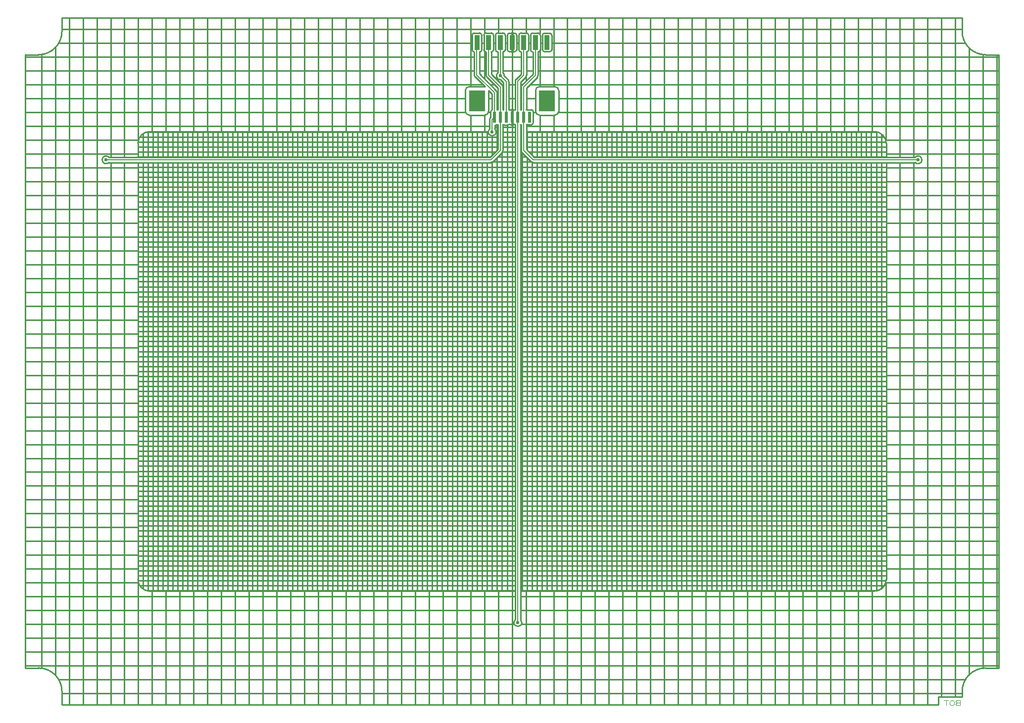
<source format=gbr>
G04 GENERATED BY PULSONIX 7.0 GERBER.DLL 4573*
%INHILLSTAR_140X90_EL_V1_0*%
%LNGERBER_BOTTOM*%
%FSLAX33Y33*%
%IPPOS*%
%LPD*%
%OFA0B0*%
%MOMM*%
%ADD15C,0.125*%
%ADD145C,0.400*%
%ADD146C,0.250*%
%ADD180C,0.600*%
%ADD345C,0.150*%
%ADD403R,0.600X1.900*%
%ADD410R,2.700X3.600*%
%ADD5672R,0.900X2.500*%
X0Y0D02*
D02*
D15*
X207538Y68049D02*
X207391Y67975D01*
X207318Y67828*
X207391Y67681*
X207538Y67608*
X208053*
Y68490*
X207538*
X207391Y68416*
X207318Y68269*
X207391Y68122*
X207538Y68049*
X208053*
X207041Y67902D02*
X207041Y68196D01*
X206967Y68343*
X206894Y68416*
X206747Y68490*
X206599*
X206452Y68416*
X206379Y68343*
X206305Y68196*
Y67902*
X206379Y67755*
X206452Y67681*
X206599Y67608*
X206747*
X206894Y67681*
X206967Y67755*
X207041Y67902*
X205660Y67608D02*
X205660Y68490D01*
X206028D02*
X205293Y68490D01*
D02*
D145*
X131416Y167562D02*
Y166962D01*
Y169062D02*
Y169662D01*
Y180062D02*
Y179462D01*
Y182162D02*
Y182762D01*
D02*
D146*
X48116Y178912D02*
Y74012D01*
X50416*
G75*
G02X54416Y70012J-4000*
G01*
Y67712*
X204341*
Y69112*
X208416*
Y70012*
G75*
G02X212416Y74012I4000*
G01*
X214716*
Y179012*
X212416*
G75*
G02X208416Y183012J4000*
G01*
Y185312*
X54416*
Y183012*
G75*
G02X50416Y179012I-4000*
G01*
X48216*
G75*
G03X48116Y178912J-100*
G01*
X62469Y160562D02*
G75*
G02X61291Y161012I-503J450D01*
G01*
G75*
G02X62469Y161462I675*
G01*
X67416*
Y163847*
G75*
G02X69416Y165847I2000*
G01*
X127342*
G75*
G02X127566Y166315I674J-35*
G01*
Y167912*
G75*
G02X127697Y168230I449J1*
G01*
X127741Y168273*
Y169262*
G75*
G02X127966Y169606I375*
G01*
Y172326*
X127391Y172901*
Y169312*
G75*
G02X126766Y168687I-625*
G01*
X124066*
G75*
G02X123441Y169312J625*
G01*
Y172912*
G75*
G02X124066Y173537I625*
G01*
X126754*
X125069Y175222*
G75*
G02X124938Y175540I318J317*
G01*
Y179488*
G75*
G02X124591Y179862I28J374*
G01*
Y182362*
G75*
G02X124966Y182737I375*
G01*
X125866*
G75*
G02X126241Y182362J-375*
G01*
Y179862*
G75*
G02X125866Y179487I-375*
G01*
X125838*
Y175726*
X128734Y172830*
G75*
G02X128866Y172512I-318J-318*
G01*
Y169606*
G75*
G02X128916Y169579I-153J-344*
G01*
G75*
G02X128966Y169606I203J-317*
G01*
Y173326*
X127097Y175194*
G75*
G02X126966Y175512I318J317*
G01*
Y179487*
G75*
G02X126591Y179862J375*
G01*
Y182362*
G75*
G02X126966Y182737I375*
G01*
X127866*
G75*
G02X128241Y182362J-375*
G01*
Y179862*
G75*
G02X127866Y179487I-375*
G01*
Y175698*
X129734Y173830*
G75*
G02X129866Y173512I-318J-318*
G01*
Y169606*
G75*
G02X129916Y169579I-153J-344*
G01*
G75*
G02X129966Y169606I203J-317*
G01*
Y174226*
X129453Y174738*
G75*
G02X128966Y175915I-37J674*
G01*
Y179487*
G75*
G02X128591Y179862J375*
G01*
Y182362*
G75*
G02X128966Y182737I375*
G01*
X129866*
G75*
G02X130241Y182362J-375*
G01*
Y179862*
G75*
G02X129866Y179487I-375*
G01*
Y175915*
G75*
G02X130090Y175374I-450J-503*
G01*
X130734Y174730*
G75*
G02X130866Y174412I-318J-318*
G01*
Y169606*
G75*
G02X130959Y169547I-151J-341*
G01*
G75*
G02X131116Y169587I157J-286*
G01*
X131716*
G75*
G02X131872Y169547J-325*
G01*
G75*
G02X131958Y169602I243J-286*
G01*
Y174512*
G75*
G02X132092Y174836I458*
G01*
X132958Y175702*
Y179487*
G75*
G02X132591Y179862I8J375*
G01*
Y182362*
G75*
G02X132966Y182737I375*
G01*
X133866*
G75*
G02X134241Y182362J-375*
G01*
Y179862*
G75*
G02X133874Y179487I-375*
G01*
Y175512*
G75*
G02X133739Y175188I-459J1*
G01*
X132874Y174322*
Y169602*
G75*
G02X132916Y169579I-159J-340*
G01*
G75*
G02X132966Y169606I203J-317*
G01*
Y173512*
G75*
G02X133097Y173830I449J1*
G01*
X134966Y175698*
Y179487*
G75*
G02X134591Y179862J375*
G01*
Y182362*
G75*
G02X134966Y182737I375*
G01*
X135866*
G75*
G02X136241Y182362J-375*
G01*
Y179862*
G75*
G02X135866Y179487I-375*
G01*
Y175512*
G75*
G02X135734Y175194I-450*
G01*
X133866Y173326*
Y169606*
G75*
G02X133959Y169547I-151J-341*
G01*
G75*
G02X134116Y169587I157J-286*
G01*
X134716*
G75*
G02X135041Y169262J-325*
G01*
Y167362*
G75*
G02X134716Y167037I-325*
G01*
X134116*
G75*
G02X133959Y167077J326*
G01*
G75*
G02X133866Y167018I-244J282*
G01*
Y165847*
X193416*
G75*
G02X195416Y163847J-2000*
G01*
Y161462*
X200363*
G75*
G02X201541Y161012I503J-450*
G01*
G75*
G02X200363Y160562I-675*
G01*
X195416*
Y89177*
G75*
G02X193416Y87177I-2000*
G01*
X132874*
Y82308*
G75*
G02X133091Y81812I-458J-496*
G01*
G75*
G02X131741I-675*
G01*
G75*
G02X131958Y82308I675*
G01*
Y87177*
X69416*
G75*
G02X67416Y89177J2000*
G01*
Y160562*
X62469*
X130641Y179862D02*
Y182362D01*
G75*
G02X130966Y182687I325*
G01*
X131866*
G75*
G02X132191Y182362J-325*
G01*
Y179862*
G75*
G02X131866Y179537I-325*
G01*
X130966*
G75*
G02X130641Y179862J325*
G01*
X136641D02*
Y182362D01*
G75*
G02X136966Y182687I325*
G01*
X137866*
G75*
G02X138191Y182362J-325*
G01*
Y179862*
G75*
G02X137866Y179537I-325*
G01*
X136966*
G75*
G02X136641Y179862J325*
G01*
X139391Y169312D02*
G75*
G02X138766Y168687I-625D01*
G01*
X136066*
G75*
G02X135441Y169312J625*
G01*
Y172912*
G75*
G02X136066Y173537I625*
G01*
X138766*
G75*
G02X139391Y172912J-625*
G01*
Y169312*
X54416Y69679D02*
X208416D01*
X53859Y72047D02*
X208972D01*
X48116Y74415D02*
X214716D01*
X48116Y76783D02*
X214716D01*
X48116Y79151D02*
X214716D01*
X48116Y81519D02*
X131807D01*
X133024D02*
X214716D01*
X48116Y83887D02*
X131958D01*
X132874D02*
X214716D01*
X48116Y86255D02*
X131958D01*
X132874D02*
X214716D01*
X48116Y88624D02*
X67494D01*
X195338D02*
X214716D01*
X48116Y90992D02*
X67416D01*
X195416D02*
X214716D01*
X48116Y93360D02*
X67416D01*
X195416D02*
X214716D01*
X48116Y95728D02*
X67416D01*
X195416D02*
X214716D01*
X48116Y98096D02*
X67416D01*
X195416D02*
X214716D01*
X48116Y100464D02*
X67416D01*
X195416D02*
X214716D01*
X48116Y102832D02*
X67416D01*
X195416D02*
X214716D01*
X48116Y105200D02*
X67416D01*
X195416D02*
X214716D01*
X48116Y107568D02*
X67416D01*
X195416D02*
X214716D01*
X48116Y109936D02*
X67416D01*
X195416D02*
X214716D01*
X48116Y112304D02*
X67416D01*
X195416D02*
X214716D01*
X48116Y114672D02*
X67416D01*
X195416D02*
X214716D01*
X48116Y117040D02*
X67416D01*
X195416D02*
X214716D01*
X48116Y119408D02*
X67416D01*
X195416D02*
X214716D01*
X48116Y121776D02*
X67416D01*
X195416D02*
X214716D01*
X48116Y124144D02*
X67416D01*
X195416D02*
X214716D01*
X48116Y126512D02*
X67416D01*
X195416D02*
X214716D01*
X48116Y128880D02*
X67416D01*
X195416D02*
X214716D01*
X48116Y131248D02*
X67416D01*
X195416D02*
X214716D01*
X48116Y133616D02*
X67416D01*
X195416D02*
X214716D01*
X48116Y135984D02*
X67416D01*
X195416D02*
X214716D01*
X48116Y138352D02*
X67416D01*
X195416D02*
X214716D01*
X48116Y140720D02*
X67416D01*
X195416D02*
X214716D01*
X48116Y143088D02*
X67416D01*
X195416D02*
X214716D01*
X48116Y145456D02*
X67416D01*
X195416D02*
X214716D01*
X48116Y147824D02*
X67416D01*
X195416D02*
X214716D01*
X48116Y150192D02*
X67416D01*
X195416D02*
X214716D01*
X48116Y152560D02*
X67416D01*
X195416D02*
X214716D01*
X48116Y154928D02*
X67416D01*
X195416D02*
X214716D01*
X48116Y157296D02*
X67416D01*
X195416D02*
X214716D01*
X48116Y159664D02*
X67416D01*
X195416D02*
X214716D01*
X48116Y162032D02*
X67416D01*
X195416D02*
X214716D01*
X48116Y164400D02*
X67494D01*
X195338D02*
X214716D01*
X48116Y166769D02*
X127566D01*
X133866D02*
X214716D01*
X48116Y169137D02*
X123466D01*
X127366D02*
X127741D01*
X135041D02*
X135466D01*
X139366D02*
X214716D01*
X48116Y171505D02*
X123441D01*
X127391D02*
X127966D01*
X128866D02*
X128966D01*
X129866D02*
X129966D01*
X130866D02*
X131958D01*
X132874D02*
X132966D01*
X133866D02*
X135441D01*
X139391D02*
X214716D01*
X48116Y173873D02*
X126419D01*
X127691D02*
X128419D01*
X129691D02*
X129966D01*
X130866D02*
X131958D01*
X132874D02*
X133140D01*
X134413D02*
X214716D01*
X48116Y176241D02*
X124938D01*
X125838D02*
X126966D01*
X127866D02*
X128966D01*
X129866D02*
X132958D01*
X133874D02*
X134966D01*
X135866D02*
X214716D01*
X48116Y178609D02*
X124938D01*
X125838D02*
X126966D01*
X127866D02*
X128966D01*
X129866D02*
X132958D01*
X133874D02*
X134966D01*
X135866D02*
X214716D01*
X53859Y180977D02*
X124591D01*
X126241D02*
X126591D01*
X128241D02*
X128591D01*
X130241D02*
X130641D01*
X132191D02*
X132591D01*
X134241D02*
X134591D01*
X136241D02*
X136641D01*
X138191D02*
X208972D01*
X54416Y183345D02*
X208416D01*
X50903Y73982D02*
Y179042D01*
X53271Y72814D02*
Y180210D01*
X55639Y67712D02*
Y185312D01*
X58007Y67712D02*
Y185312D01*
X60375Y67712D02*
Y185312D01*
X62743Y67712D02*
Y160562D01*
Y161462D02*
Y185312D01*
X65111Y67712D02*
Y160562D01*
Y161462D02*
Y185312D01*
X67479Y67712D02*
Y88678D01*
Y164346D02*
Y185312D01*
X69847Y67712D02*
Y87177D01*
Y165847D02*
Y185312D01*
X72215Y67712D02*
Y87177D01*
Y165847D02*
Y185312D01*
X74583Y67712D02*
Y87177D01*
Y165847D02*
Y185312D01*
X76951Y67712D02*
Y87177D01*
Y165847D02*
Y185312D01*
X79319Y67712D02*
Y87177D01*
Y165847D02*
Y185312D01*
X81687Y67712D02*
Y87177D01*
Y165847D02*
Y185312D01*
X84055Y67712D02*
Y87177D01*
Y165847D02*
Y185312D01*
X86423Y67712D02*
Y87177D01*
Y165847D02*
Y185312D01*
X88791Y67712D02*
Y87177D01*
Y165847D02*
Y185312D01*
X91159Y67712D02*
Y87177D01*
Y165847D02*
Y185312D01*
X93527Y67712D02*
Y87177D01*
Y165847D02*
Y185312D01*
X95895Y67712D02*
Y87177D01*
Y165847D02*
Y185312D01*
X98263Y67712D02*
Y87177D01*
Y165847D02*
Y185312D01*
X100631Y67712D02*
Y87177D01*
Y165847D02*
Y185312D01*
X102999Y67712D02*
Y87177D01*
Y165847D02*
Y185312D01*
X105367Y67712D02*
Y87177D01*
Y165847D02*
Y185312D01*
X107735Y67712D02*
Y87177D01*
Y165847D02*
Y185312D01*
X110103Y67712D02*
Y87177D01*
Y165847D02*
Y185312D01*
X112471Y67712D02*
Y87177D01*
Y165847D02*
Y185312D01*
X114839Y67712D02*
Y87177D01*
Y165847D02*
Y185312D01*
X117207Y67712D02*
Y87177D01*
Y165847D02*
Y185312D01*
X119575Y67712D02*
Y87177D01*
Y165847D02*
Y185312D01*
X121944Y67712D02*
Y87177D01*
Y165847D02*
Y185312D01*
X124312Y67712D02*
Y87177D01*
Y165847D02*
Y168687D01*
Y173537D02*
Y185312D01*
X126680Y67712D02*
Y87177D01*
Y165847D02*
Y168687D01*
Y173537D02*
Y173612D01*
Y174884D02*
Y179620D01*
Y182604D02*
Y185312D01*
X129048Y67712D02*
Y87177D01*
Y174516D02*
Y174846D01*
Y182737D02*
Y185312D01*
X131416Y67712D02*
Y87177D01*
Y169587D02*
Y179537D01*
Y182687D02*
Y185312D01*
X133784Y67712D02*
Y87177D01*
Y174516D02*
Y175239D01*
Y182737D02*
Y185312D01*
X136152Y67712D02*
Y87177D01*
Y165847D02*
Y168687D01*
Y173537D02*
Y179620D01*
Y182604D02*
Y185312D01*
X138520Y67712D02*
Y87177D01*
Y165847D02*
Y168687D01*
Y173537D02*
Y185312D01*
X140888Y67712D02*
Y87177D01*
Y165847D02*
Y185312D01*
X143256Y67712D02*
Y87177D01*
Y165847D02*
Y185312D01*
X145624Y67712D02*
Y87177D01*
Y165847D02*
Y185312D01*
X147992Y67712D02*
Y87177D01*
Y165847D02*
Y185312D01*
X150360Y67712D02*
Y87177D01*
Y165847D02*
Y185312D01*
X152728Y67712D02*
Y87177D01*
Y165847D02*
Y185312D01*
X155096Y67712D02*
Y87177D01*
Y165847D02*
Y185312D01*
X157464Y67712D02*
Y87177D01*
Y165847D02*
Y185312D01*
X159832Y67712D02*
Y87177D01*
Y165847D02*
Y185312D01*
X162200Y67712D02*
Y87177D01*
Y165847D02*
Y185312D01*
X164568Y67712D02*
Y87177D01*
Y165847D02*
Y185312D01*
X166936Y67712D02*
Y87177D01*
Y165847D02*
Y185312D01*
X169304Y67712D02*
Y87177D01*
Y165847D02*
Y185312D01*
X171672Y67712D02*
Y87177D01*
Y165847D02*
Y185312D01*
X174040Y67712D02*
Y87177D01*
Y165847D02*
Y185312D01*
X176408Y67712D02*
Y87177D01*
Y165847D02*
Y185312D01*
X178776Y67712D02*
Y87177D01*
Y165847D02*
Y185312D01*
X181144Y67712D02*
Y87177D01*
Y165847D02*
Y185312D01*
X183512Y67712D02*
Y87177D01*
Y165847D02*
Y185312D01*
X185880Y67712D02*
Y87177D01*
Y165847D02*
Y185312D01*
X188248Y67712D02*
Y87177D01*
Y165847D02*
Y185312D01*
X190616Y67712D02*
Y87177D01*
Y165847D02*
Y185312D01*
X192984Y67712D02*
Y87177D01*
Y165847D02*
Y185312D01*
X195352Y67712D02*
Y88678D01*
Y164346D02*
Y185312D01*
X197720Y67712D02*
Y160562D01*
Y161462D02*
Y185312D01*
X200089Y67712D02*
Y160562D01*
Y161462D02*
Y185312D01*
X202457Y67712D02*
Y185312D01*
X204825Y69112D02*
Y185312D01*
X207193Y69112D02*
Y185312D01*
X209561Y72814D02*
Y180210D01*
X211929Y73982D02*
Y179042D01*
X214297Y74012D02*
Y179012D01*
X67416Y160562D02*
Y89177D01*
G75*
G03X69416Y87177I2000*
G01*
X131958*
Y167022*
G75*
G02X131872Y167077I157J341*
G01*
G75*
G02X131716Y167037I-156J285*
G01*
X131116*
G75*
G02X130959Y167077J326*
G01*
G75*
G02X130716Y166987I-243J284*
G01*
X130116*
G75*
G02X129916Y167045J375*
G01*
G75*
G02X129866Y167018I-203J317*
G01*
Y162612*
G75*
G02X129734Y162294I-450*
G01*
X128134Y160694*
G75*
G02X127816Y160562I-318J318*
G01*
X67416*
X68885Y87249D02*
X131958D01*
X67729Y88102D02*
X131958D01*
X67428Y88956D02*
X131958D01*
X67416Y89809D02*
X131958D01*
X67416Y90663D02*
X131958D01*
X67416Y91516D02*
X131958D01*
X67416Y92370D02*
X131958D01*
X67416Y93224D02*
X131958D01*
X67416Y94077D02*
X131958D01*
X67416Y94931D02*
X131958D01*
X67416Y95784D02*
X131958D01*
X67416Y96638D02*
X131958D01*
X67416Y97491D02*
X131958D01*
X67416Y98345D02*
X131958D01*
X67416Y99198D02*
X131958D01*
X67416Y100052D02*
X131958D01*
X67416Y100906D02*
X131958D01*
X67416Y101759D02*
X131958D01*
X67416Y102613D02*
X131958D01*
X67416Y103466D02*
X131958D01*
X67416Y104320D02*
X131958D01*
X67416Y105173D02*
X131958D01*
X67416Y106027D02*
X131958D01*
X67416Y106880D02*
X131958D01*
X67416Y107734D02*
X131958D01*
X67416Y108587D02*
X131958D01*
X67416Y109441D02*
X131958D01*
X67416Y110295D02*
X131958D01*
X67416Y111148D02*
X131958D01*
X67416Y112002D02*
X131958D01*
X67416Y112855D02*
X131958D01*
X67416Y113709D02*
X131958D01*
X67416Y114562D02*
X131958D01*
X67416Y115416D02*
X131958D01*
X67416Y116269D02*
X131958D01*
X67416Y117123D02*
X131958D01*
X67416Y117977D02*
X131958D01*
X67416Y118830D02*
X131958D01*
X67416Y119684D02*
X131958D01*
X67416Y120537D02*
X131958D01*
X67416Y121391D02*
X131958D01*
X67416Y122244D02*
X131958D01*
X67416Y123098D02*
X131958D01*
X67416Y123951D02*
X131958D01*
X67416Y124805D02*
X131958D01*
X67416Y125658D02*
X131958D01*
X67416Y126512D02*
X131958D01*
X67416Y127366D02*
X131958D01*
X67416Y128219D02*
X131958D01*
X67416Y129073D02*
X131958D01*
X67416Y129926D02*
X131958D01*
X67416Y130780D02*
X131958D01*
X67416Y131633D02*
X131958D01*
X67416Y132487D02*
X131958D01*
X67416Y133340D02*
X131958D01*
X67416Y134194D02*
X131958D01*
X67416Y135048D02*
X131958D01*
X67416Y135901D02*
X131958D01*
X67416Y136755D02*
X131958D01*
X67416Y137608D02*
X131958D01*
X67416Y138462D02*
X131958D01*
X67416Y139315D02*
X131958D01*
X67416Y140169D02*
X131958D01*
X67416Y141022D02*
X131958D01*
X67416Y141876D02*
X131958D01*
X67416Y142729D02*
X131958D01*
X67416Y143583D02*
X131958D01*
X67416Y144437D02*
X131958D01*
X67416Y145290D02*
X131958D01*
X67416Y146144D02*
X131958D01*
X67416Y146997D02*
X131958D01*
X67416Y147851D02*
X131958D01*
X67416Y148704D02*
X131958D01*
X67416Y149558D02*
X131958D01*
X67416Y150411D02*
X131958D01*
X67416Y151265D02*
X131958D01*
X67416Y152119D02*
X131958D01*
X67416Y152972D02*
X131958D01*
X67416Y153826D02*
X131958D01*
X67416Y154679D02*
X131958D01*
X67416Y155533D02*
X131958D01*
X67416Y156386D02*
X131958D01*
X67416Y157240D02*
X131958D01*
X67416Y158093D02*
X131958D01*
X67416Y158947D02*
X131958D01*
X67416Y159800D02*
X131958D01*
X128088Y160654D02*
X131958D01*
X128948Y161508D02*
X131958D01*
X129789Y162361D02*
X131958D01*
X129866Y163215D02*
X131958D01*
X129866Y164068D02*
X131958D01*
X129866Y164922D02*
X131958D01*
X129866Y165775D02*
X131958D01*
X129866Y166629D02*
X131958D01*
X68253Y87550D02*
Y160562D01*
X69106Y87201D02*
Y160562D01*
X69960Y87177D02*
Y160562D01*
X70814Y87177D02*
Y160562D01*
X71667Y87177D02*
Y160562D01*
X72521Y87177D02*
Y160562D01*
X73374Y87177D02*
Y160562D01*
X74228Y87177D02*
Y160562D01*
X75081Y87177D02*
Y160562D01*
X75935Y87177D02*
Y160562D01*
X76788Y87177D02*
Y160562D01*
X77642Y87177D02*
Y160562D01*
X78496Y87177D02*
Y160562D01*
X79349Y87177D02*
Y160562D01*
X80203Y87177D02*
Y160562D01*
X81056Y87177D02*
Y160562D01*
X81910Y87177D02*
Y160562D01*
X82763Y87177D02*
Y160562D01*
X83617Y87177D02*
Y160562D01*
X84470Y87177D02*
Y160562D01*
X85324Y87177D02*
Y160562D01*
X86177Y87177D02*
Y160562D01*
X87031Y87177D02*
Y160562D01*
X87885Y87177D02*
Y160562D01*
X88738Y87177D02*
Y160562D01*
X89592Y87177D02*
Y160562D01*
X90445Y87177D02*
Y160562D01*
X91299Y87177D02*
Y160562D01*
X92152Y87177D02*
Y160562D01*
X93006Y87177D02*
Y160562D01*
X93859Y87177D02*
Y160562D01*
X94713Y87177D02*
Y160562D01*
X95567Y87177D02*
Y160562D01*
X96420Y87177D02*
Y160562D01*
X97274Y87177D02*
Y160562D01*
X98127Y87177D02*
Y160562D01*
X98981Y87177D02*
Y160562D01*
X99834Y87177D02*
Y160562D01*
X100688Y87177D02*
Y160562D01*
X101541Y87177D02*
Y160562D01*
X102395Y87177D02*
Y160562D01*
X103248Y87177D02*
Y160562D01*
X104102Y87177D02*
Y160562D01*
X104956Y87177D02*
Y160562D01*
X105809Y87177D02*
Y160562D01*
X106663Y87177D02*
Y160562D01*
X107516Y87177D02*
Y160562D01*
X108370Y87177D02*
Y160562D01*
X109223Y87177D02*
Y160562D01*
X110077Y87177D02*
Y160562D01*
X110930Y87177D02*
Y160562D01*
X111784Y87177D02*
Y160562D01*
X112638Y87177D02*
Y160562D01*
X113491Y87177D02*
Y160562D01*
X114345Y87177D02*
Y160562D01*
X115198Y87177D02*
Y160562D01*
X116052Y87177D02*
Y160562D01*
X116905Y87177D02*
Y160562D01*
X117759Y87177D02*
Y160562D01*
X118612Y87177D02*
Y160562D01*
X119466Y87177D02*
Y160562D01*
X120319Y87177D02*
Y160562D01*
X121173Y87177D02*
Y160562D01*
X122027Y87177D02*
Y160562D01*
X122880Y87177D02*
Y160562D01*
X123734Y87177D02*
Y160562D01*
X124587Y87177D02*
Y160562D01*
X125441Y87177D02*
Y160562D01*
X126294Y87177D02*
Y160562D01*
X127148Y87177D02*
Y160562D01*
X128001Y87177D02*
Y160602D01*
X128855Y87177D02*
Y161415D01*
X129709Y87177D02*
Y162269D01*
X130562Y87177D02*
Y166987D01*
X131416Y87177D02*
Y167037D01*
X67416Y161462D02*
X127629D01*
X128966Y162798*
Y167018*
G75*
G02X128916Y167045I153J344*
G01*
G75*
G02X128716Y166987I-200J317*
G01*
X128466*
Y166315*
G75*
G02X128691Y165812I-450J-503*
G01*
G75*
G02X127341I-675*
G01*
G75*
G02X127342Y165847I675J-2*
G01*
X69416*
G75*
G03X67416Y163847J-2000*
G01*
Y161462*
Y161508D02*
X127675D01*
X67416Y162361D02*
X128528D01*
X67416Y163215D02*
X128966D01*
X67428Y164068D02*
X128966D01*
X67729Y164922D02*
X128966D01*
X68885Y165775D02*
X127342D01*
X128690D02*
X128966D01*
X128466Y166629D02*
X128966D01*
X68253Y161462D02*
Y165474D01*
X69106Y161462D02*
Y165823D01*
X69960Y161462D02*
Y165847D01*
X70814Y161462D02*
Y165847D01*
X71667Y161462D02*
Y165847D01*
X72521Y161462D02*
Y165847D01*
X73374Y161462D02*
Y165847D01*
X74228Y161462D02*
Y165847D01*
X75081Y161462D02*
Y165847D01*
X75935Y161462D02*
Y165847D01*
X76788Y161462D02*
Y165847D01*
X77642Y161462D02*
Y165847D01*
X78496Y161462D02*
Y165847D01*
X79349Y161462D02*
Y165847D01*
X80203Y161462D02*
Y165847D01*
X81056Y161462D02*
Y165847D01*
X81910Y161462D02*
Y165847D01*
X82763Y161462D02*
Y165847D01*
X83617Y161462D02*
Y165847D01*
X84470Y161462D02*
Y165847D01*
X85324Y161462D02*
Y165847D01*
X86177Y161462D02*
Y165847D01*
X87031Y161462D02*
Y165847D01*
X87885Y161462D02*
Y165847D01*
X88738Y161462D02*
Y165847D01*
X89592Y161462D02*
Y165847D01*
X90445Y161462D02*
Y165847D01*
X91299Y161462D02*
Y165847D01*
X92152Y161462D02*
Y165847D01*
X93006Y161462D02*
Y165847D01*
X93859Y161462D02*
Y165847D01*
X94713Y161462D02*
Y165847D01*
X95567Y161462D02*
Y165847D01*
X96420Y161462D02*
Y165847D01*
X97274Y161462D02*
Y165847D01*
X98127Y161462D02*
Y165847D01*
X98981Y161462D02*
Y165847D01*
X99834Y161462D02*
Y165847D01*
X100688Y161462D02*
Y165847D01*
X101541Y161462D02*
Y165847D01*
X102395Y161462D02*
Y165847D01*
X103248Y161462D02*
Y165847D01*
X104102Y161462D02*
Y165847D01*
X104956Y161462D02*
Y165847D01*
X105809Y161462D02*
Y165847D01*
X106663Y161462D02*
Y165847D01*
X107516Y161462D02*
Y165847D01*
X108370Y161462D02*
Y165847D01*
X109223Y161462D02*
Y165847D01*
X110077Y161462D02*
Y165847D01*
X110930Y161462D02*
Y165847D01*
X111784Y161462D02*
Y165847D01*
X112638Y161462D02*
Y165847D01*
X113491Y161462D02*
Y165847D01*
X114345Y161462D02*
Y165847D01*
X115198Y161462D02*
Y165847D01*
X116052Y161462D02*
Y165847D01*
X116905Y161462D02*
Y165847D01*
X117759Y161462D02*
Y165847D01*
X118612Y161462D02*
Y165847D01*
X119466Y161462D02*
Y165847D01*
X120319Y161462D02*
Y165847D01*
X121173Y161462D02*
Y165847D01*
X122027Y161462D02*
Y165847D01*
X122880Y161462D02*
Y165847D01*
X123734Y161462D02*
Y165847D01*
X124587Y161462D02*
Y165847D01*
X125441Y161462D02*
Y165847D01*
X126294Y161462D02*
Y165847D01*
X127148Y161462D02*
Y165847D01*
X128001Y161834D02*
Y165137D01*
X128855Y162688D02*
Y167014D01*
X132874Y87177D02*
X193416D01*
G75*
G03X195416Y89177J2000*
G01*
Y160562*
X135016*
G75*
G02X134697Y160694J451*
G01*
X133097Y162294*
G75*
G02X132966Y162612I318J317*
G01*
Y167018*
G75*
G02X132916Y167045I153J344*
G01*
G75*
G02X132874Y167022I-201J317*
G01*
Y87177*
Y87249D02*
X193946D01*
X132874Y88102D02*
X195102D01*
X132874Y88956D02*
X195403D01*
X132874Y89809D02*
X195416D01*
X132874Y90663D02*
X195416D01*
X132874Y91516D02*
X195416D01*
X132874Y92370D02*
X195416D01*
X132874Y93224D02*
X195416D01*
X132874Y94077D02*
X195416D01*
X132874Y94931D02*
X195416D01*
X132874Y95784D02*
X195416D01*
X132874Y96638D02*
X195416D01*
X132874Y97491D02*
X195416D01*
X132874Y98345D02*
X195416D01*
X132874Y99198D02*
X195416D01*
X132874Y100052D02*
X195416D01*
X132874Y100906D02*
X195416D01*
X132874Y101759D02*
X195416D01*
X132874Y102613D02*
X195416D01*
X132874Y103466D02*
X195416D01*
X132874Y104320D02*
X195416D01*
X132874Y105173D02*
X195416D01*
X132874Y106027D02*
X195416D01*
X132874Y106880D02*
X195416D01*
X132874Y107734D02*
X195416D01*
X132874Y108587D02*
X195416D01*
X132874Y109441D02*
X195416D01*
X132874Y110295D02*
X195416D01*
X132874Y111148D02*
X195416D01*
X132874Y112002D02*
X195416D01*
X132874Y112855D02*
X195416D01*
X132874Y113709D02*
X195416D01*
X132874Y114562D02*
X195416D01*
X132874Y115416D02*
X195416D01*
X132874Y116269D02*
X195416D01*
X132874Y117123D02*
X195416D01*
X132874Y117977D02*
X195416D01*
X132874Y118830D02*
X195416D01*
X132874Y119684D02*
X195416D01*
X132874Y120537D02*
X195416D01*
X132874Y121391D02*
X195416D01*
X132874Y122244D02*
X195416D01*
X132874Y123098D02*
X195416D01*
X132874Y123951D02*
X195416D01*
X132874Y124805D02*
X195416D01*
X132874Y125658D02*
X195416D01*
X132874Y126512D02*
X195416D01*
X132874Y127366D02*
X195416D01*
X132874Y128219D02*
X195416D01*
X132874Y129073D02*
X195416D01*
X132874Y129926D02*
X195416D01*
X132874Y130780D02*
X195416D01*
X132874Y131633D02*
X195416D01*
X132874Y132487D02*
X195416D01*
X132874Y133340D02*
X195416D01*
X132874Y134194D02*
X195416D01*
X132874Y135048D02*
X195416D01*
X132874Y135901D02*
X195416D01*
X132874Y136755D02*
X195416D01*
X132874Y137608D02*
X195416D01*
X132874Y138462D02*
X195416D01*
X132874Y139315D02*
X195416D01*
X132874Y140169D02*
X195416D01*
X132874Y141022D02*
X195416D01*
X132874Y141876D02*
X195416D01*
X132874Y142729D02*
X195416D01*
X132874Y143583D02*
X195416D01*
X132874Y144437D02*
X195416D01*
X132874Y145290D02*
X195416D01*
X132874Y146144D02*
X195416D01*
X132874Y146997D02*
X195416D01*
X132874Y147851D02*
X195416D01*
X132874Y148704D02*
X195416D01*
X132874Y149558D02*
X195416D01*
X132874Y150411D02*
X195416D01*
X132874Y151265D02*
X195416D01*
X132874Y152119D02*
X195416D01*
X132874Y152972D02*
X195416D01*
X132874Y153826D02*
X195416D01*
X132874Y154679D02*
X195416D01*
X132874Y155533D02*
X195416D01*
X132874Y156386D02*
X195416D01*
X132874Y157240D02*
X195416D01*
X132874Y158093D02*
X195416D01*
X132874Y158947D02*
X195416D01*
X132874Y159800D02*
X195416D01*
X132874Y160654D02*
X134743D01*
X132874Y161508D02*
X133884D01*
X132874Y162361D02*
X133042D01*
X132874Y163215D02*
X132966D01*
X132874Y164068D02*
X132966D01*
X132874Y164922D02*
X132966D01*
X132874Y165775D02*
X132966D01*
X132874Y166629D02*
X132966D01*
X133123Y87177D02*
Y162269D01*
X133976Y87177D02*
Y161415D01*
X134830Y87177D02*
Y160602D01*
X135683Y87177D02*
Y160562D01*
X136537Y87177D02*
Y160562D01*
X137390Y87177D02*
Y160562D01*
X138244Y87177D02*
Y160562D01*
X139098Y87177D02*
Y160562D01*
X139951Y87177D02*
Y160562D01*
X140805Y87177D02*
Y160562D01*
X141658Y87177D02*
Y160562D01*
X142512Y87177D02*
Y160562D01*
X143365Y87177D02*
Y160562D01*
X144219Y87177D02*
Y160562D01*
X145072Y87177D02*
Y160562D01*
X145926Y87177D02*
Y160562D01*
X146780Y87177D02*
Y160562D01*
X147633Y87177D02*
Y160562D01*
X148487Y87177D02*
Y160562D01*
X149340Y87177D02*
Y160562D01*
X150194Y87177D02*
Y160562D01*
X151047Y87177D02*
Y160562D01*
X151901Y87177D02*
Y160562D01*
X152754Y87177D02*
Y160562D01*
X153608Y87177D02*
Y160562D01*
X154461Y87177D02*
Y160562D01*
X155315Y87177D02*
Y160562D01*
X156169Y87177D02*
Y160562D01*
X157022Y87177D02*
Y160562D01*
X157876Y87177D02*
Y160562D01*
X158729Y87177D02*
Y160562D01*
X159583Y87177D02*
Y160562D01*
X160436Y87177D02*
Y160562D01*
X161290Y87177D02*
Y160562D01*
X162143Y87177D02*
Y160562D01*
X162997Y87177D02*
Y160562D01*
X163851Y87177D02*
Y160562D01*
X164704Y87177D02*
Y160562D01*
X165558Y87177D02*
Y160562D01*
X166411Y87177D02*
Y160562D01*
X167265Y87177D02*
Y160562D01*
X168118Y87177D02*
Y160562D01*
X168972Y87177D02*
Y160562D01*
X169825Y87177D02*
Y160562D01*
X170679Y87177D02*
Y160562D01*
X171532Y87177D02*
Y160562D01*
X172386Y87177D02*
Y160562D01*
X173240Y87177D02*
Y160562D01*
X174093Y87177D02*
Y160562D01*
X174947Y87177D02*
Y160562D01*
X175800Y87177D02*
Y160562D01*
X176654Y87177D02*
Y160562D01*
X177507Y87177D02*
Y160562D01*
X178361Y87177D02*
Y160562D01*
X179214Y87177D02*
Y160562D01*
X180068Y87177D02*
Y160562D01*
X180922Y87177D02*
Y160562D01*
X181775Y87177D02*
Y160562D01*
X182629Y87177D02*
Y160562D01*
X183482Y87177D02*
Y160562D01*
X184336Y87177D02*
Y160562D01*
X185189Y87177D02*
Y160562D01*
X186043Y87177D02*
Y160562D01*
X186896Y87177D02*
Y160562D01*
X187750Y87177D02*
Y160562D01*
X188603Y87177D02*
Y160562D01*
X189457Y87177D02*
Y160562D01*
X190311Y87177D02*
Y160562D01*
X191164Y87177D02*
Y160562D01*
X192018Y87177D02*
Y160562D01*
X192871Y87177D02*
Y160562D01*
X193725Y87201D02*
Y160562D01*
X194578Y87550D02*
Y160562D01*
X133866Y165847D02*
Y162798D01*
X135202Y161462*
X195416*
Y163847*
G75*
G03X193416Y165847I-2000*
G01*
X133866*
X135156Y161508D02*
X195416D01*
X134303Y162361D02*
X195416D01*
X133866Y163215D02*
X195416D01*
X133866Y164068D02*
X195403D01*
X133866Y164922D02*
X195102D01*
X133866Y165775D02*
X193946D01*
X133976Y162688D02*
Y165847D01*
X134830Y161834D02*
Y165847D01*
X135683Y161462D02*
Y165847D01*
X136537Y161462D02*
Y165847D01*
X137390Y161462D02*
Y165847D01*
X138244Y161462D02*
Y165847D01*
X139098Y161462D02*
Y165847D01*
X139951Y161462D02*
Y165847D01*
X140805Y161462D02*
Y165847D01*
X141658Y161462D02*
Y165847D01*
X142512Y161462D02*
Y165847D01*
X143365Y161462D02*
Y165847D01*
X144219Y161462D02*
Y165847D01*
X145072Y161462D02*
Y165847D01*
X145926Y161462D02*
Y165847D01*
X146780Y161462D02*
Y165847D01*
X147633Y161462D02*
Y165847D01*
X148487Y161462D02*
Y165847D01*
X149340Y161462D02*
Y165847D01*
X150194Y161462D02*
Y165847D01*
X151047Y161462D02*
Y165847D01*
X151901Y161462D02*
Y165847D01*
X152754Y161462D02*
Y165847D01*
X153608Y161462D02*
Y165847D01*
X154461Y161462D02*
Y165847D01*
X155315Y161462D02*
Y165847D01*
X156169Y161462D02*
Y165847D01*
X157022Y161462D02*
Y165847D01*
X157876Y161462D02*
Y165847D01*
X158729Y161462D02*
Y165847D01*
X159583Y161462D02*
Y165847D01*
X160436Y161462D02*
Y165847D01*
X161290Y161462D02*
Y165847D01*
X162143Y161462D02*
Y165847D01*
X162997Y161462D02*
Y165847D01*
X163851Y161462D02*
Y165847D01*
X164704Y161462D02*
Y165847D01*
X165558Y161462D02*
Y165847D01*
X166411Y161462D02*
Y165847D01*
X167265Y161462D02*
Y165847D01*
X168118Y161462D02*
Y165847D01*
X168972Y161462D02*
Y165847D01*
X169825Y161462D02*
Y165847D01*
X170679Y161462D02*
Y165847D01*
X171532Y161462D02*
Y165847D01*
X172386Y161462D02*
Y165847D01*
X173240Y161462D02*
Y165847D01*
X174093Y161462D02*
Y165847D01*
X174947Y161462D02*
Y165847D01*
X175800Y161462D02*
Y165847D01*
X176654Y161462D02*
Y165847D01*
X177507Y161462D02*
Y165847D01*
X178361Y161462D02*
Y165847D01*
X179214Y161462D02*
Y165847D01*
X180068Y161462D02*
Y165847D01*
X180922Y161462D02*
Y165847D01*
X181775Y161462D02*
Y165847D01*
X182629Y161462D02*
Y165847D01*
X183482Y161462D02*
Y165847D01*
X184336Y161462D02*
Y165847D01*
X185189Y161462D02*
Y165847D01*
X186043Y161462D02*
Y165847D01*
X186896Y161462D02*
Y165847D01*
X187750Y161462D02*
Y165847D01*
X188603Y161462D02*
Y165847D01*
X189457Y161462D02*
Y165847D01*
X190311Y161462D02*
Y165847D01*
X191164Y161462D02*
Y165847D01*
X192018Y161462D02*
Y165847D01*
X192871Y161462D02*
Y165847D01*
X193725Y161462D02*
Y165823D01*
X194578Y161462D02*
Y165474D01*
D02*
D180*
X61966Y161012D03*
X125416Y180412D03*
Y181812D03*
X127416Y180412D03*
Y181812D03*
X128016Y165812D03*
X129416Y175412D03*
Y180412D03*
Y181812D03*
X131416Y180412D03*
Y181812D03*
X132416Y81812D03*
X133416Y180412D03*
Y181812D03*
X135416Y180412D03*
Y181812D03*
X137416Y180412D03*
Y181812D03*
X200866Y161012D03*
D02*
D345*
X61966D02*
X127816D01*
X129416Y162612*
Y173512*
X127416Y175512*
Y180412*
X125416D02*
X125388D01*
Y175540*
X128416Y172512*
Y168312*
X128016Y167912*
Y165812*
X129416Y175412D02*
Y180412D01*
Y175412D02*
X130416Y174412D01*
Y168312*
X132416D02*
Y81812D01*
Y168312D02*
Y174512D01*
X133416Y175512*
Y180412*
Y168312D02*
Y162612D01*
X135016Y161012*
X200866*
X133416Y168312D02*
Y173512D01*
X135416Y175512*
Y180412*
D02*
D403*
X128416Y168312D03*
X129416D03*
X130416D03*
X131416D03*
X132416D03*
X133416D03*
X134416D03*
D02*
D410*
X125416Y171112D03*
X137416D03*
D02*
D5672*
X125416Y181112D03*
X127416D03*
X129416D03*
X131416D03*
X133416D03*
X135416D03*
X137416D03*
X0Y0D02*
M02*

</source>
